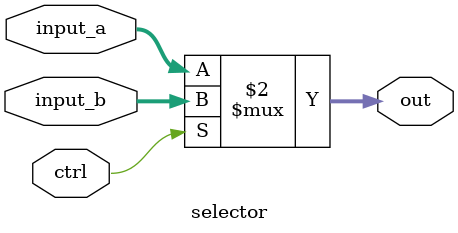
<source format=v>
module selector(input_a, input_b, ctrl, out);
    input[31:0] input_a, input_b;
    input ctrl;
    output[31:0] out;

    assign out = (ctrl == 1'b0)? input_a: input_b;
endmodule
</source>
